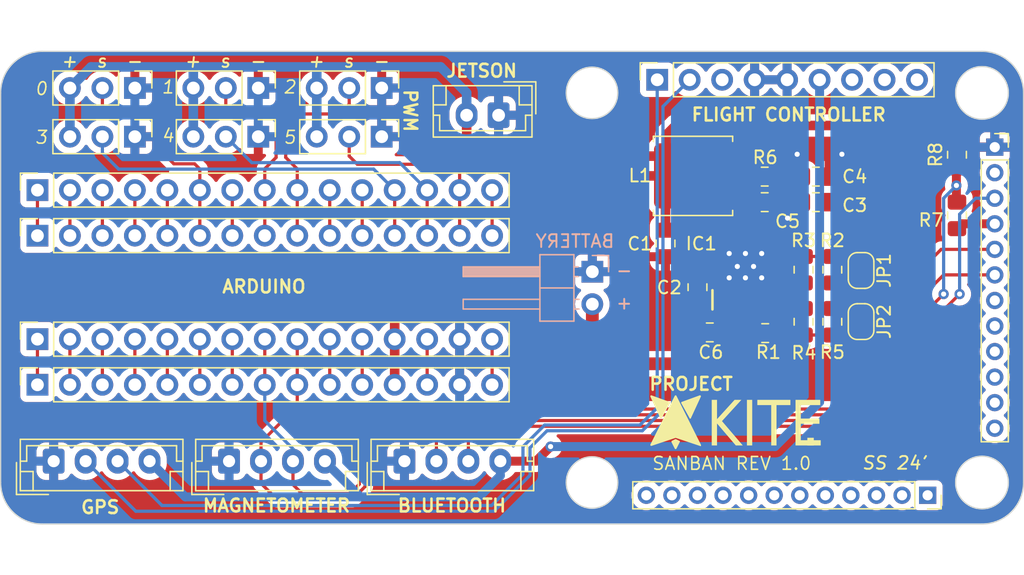
<source format=kicad_pcb>
(kicad_pcb (version 20221018) (generator pcbnew)
  (layers (0 "F.Cu" signal) (31 "B.Cu" signal) (34 "B.Paste" user) (35 "F.Paste" user) (36 "B.SilkS" user "B.Silkscreen") (37 "F.SilkS" user "F.Silkscreen") (38 "B.Mask" user) (39 "F.Mask" user) (44 "Edge.Cuts" user))
  (net 0 "")
  (net 1 "+5V")
  (net 2 "GND")
  (net 3 "Net-(IC1-BST)")
  (net 4 "Net-(IC1-SW)")
  (net 5 "Net-(IC1-FB)")
  (net 6 "Net-(C4-Pad2)")
  (net 7 "Net-(IC1-COMP)")
  (net 8 "+BATT")
  (net 9 "Net-(IC1-RT{slash}CLK)")
  (net 23 "BT_TX")
  (net 24 "Net-(J2-Pin_4)")
  (net 25 "I2C_DATA")
  (net 26 "I2C_CLK")
  (net 33 "GPS_TX")
  (net 34 "GPS_RX")
  (net 36 "5V_ESC")
  (net 40 "BT_RX")
  (net 41 "PWM0")
  (net 42 "PWM1")
  (net 43 "PWM2")
  (net 44 "PWM3")
  (net 45 "PWM4")
  (net 46 "PWM5")
  (net 47 "Net-(J15-Pin_1)")
  (net 48 "Net-(J15-Pin_2)")
  (net 49 "Net-(J15-Pin_3)")
  (net 50 "Net-(J15-Pin_4)")
  (net 51 "Net-(J15-Pin_5)")
  (net 52 "Net-(J15-Pin_6)")
  (net 53 "Net-(J15-Pin_7)")
  (net 54 "Net-(J15-Pin_10)")
  (net 55 "Net-(J15-Pin_11)")
  (net 56 "Net-(J15-Pin_13)")
  (net 57 "Net-(J15-Pin_15)")
  (net 58 "Net-(J16-Pin_1)")
  (net 59 "Net-(J16-Pin_2)")
  (net 60 "Net-(J16-Pin_3)")
  (net 61 "Net-(J16-Pin_4)")
  (net 62 "Net-(J16-Pin_5)")
  (net 63 "Net-(J16-Pin_7)")
  (net 64 "Net-(J16-Pin_10)")
  (net 65 "Net-(J16-Pin_11)")
  (net 66 "Net-(J16-Pin_15)")
  (net 67 "Net-(JP1-A)")
  (net 68 "Net-(JP2-B)")
  (footprint "Connector_JST:JST_EH_B4B-EH-A_1x04_P2.50mm_Vertical" (layer "F.Cu") (at 114.603 95.525)
    (fp_text reference "J13" hide)
    (fp_text value "Conn_01x04")
  )
  (footprint "Capacitor_SMD:C_0805_2012Metric_Pad1.18x1.45mm_HandSolder" (layer "F.Cu") (at 185.25 71.5375 90)
    (fp_text reference "R8")
    (fp_text value "2K")
  )
  (footprint "Connector_PinSocket_2.54mm:PinSocket_1x15_P2.54mm_Vertical" (layer "F.Cu") (at 113.333 89.547 90)
    (fp_text reference "J15" hide)
    (fp_text value "Conn_01x15_Socket")
  )
  (footprint "Connector_PinSocket_2.00mm:PinSocket_1x12_P2.00mm_Vertical" (layer "F.Cu") (at 188.205 70.945)
    (fp_text reference "J2" hide)
    (fp_text value "Conn_01x12_Pin")
  )
  (footprint "Capacitor_SMD:C_0805_2012Metric_Pad1.18x1.45mm_HandSolder" (layer "F.Cu") (at 170.25 85.5)
    (fp_text reference "R1")
    (fp_text value "200k")
  )
  (footprint "Connector_PinSocket_2.54mm:PinSocket_1x15_P2.54mm_Vertical" (layer "F.Cu") (at 113.333 85.9746 90)
    (fp_text reference "J17" hide)
    (fp_text value "Conn_01x15_Socket")
  )
  (footprint "Capacitor_SMD:C_0805_2012Metric_Pad1.18x1.45mm_HandSolder" (layer "F.Cu") (at 174.2125 73.25 180)
    (fp_text reference "C4")
    (fp_text value "2.7n")
  )
  (footprint "Capacitor_SMD:C_0805_2012Metric_Pad1.18x1.45mm_HandSolder" (layer "F.Cu") (at 170.2125 73.25)
    (fp_text reference "R6")
    (fp_text value "15.8k")
  )
  (footprint "Capacitor_SMD:C_0805_2012Metric_Pad1.18x1.45mm_HandSolder" (layer "F.Cu") (at 175.5 80.5375 90)
    (fp_text reference "R2")
    (fp_text value "33K")
  )
  (footprint "Connector_PinHeader_2.54mm:PinHeader_1x03_P2.54mm_Vertical" (layer "F.Cu") (at 140.257 70.125 -90)
    (fp_text reference "J11" hide)
    (fp_text value "Conn_01x03_Pin")
  )
  (footprint "Capacitor_SMD:C_0805_2012Metric_Pad1.18x1.45mm_HandSolder" (layer "F.Cu") (at 174.2125 75.25)
    (fp_text reference "C3")
    (fp_text value "0u")
  )
  (footprint "Connector_JST:JST_EH_B4B-EH-A_1x04_P2.50mm_Vertical" (layer "F.Cu") (at 128.319 95.525)
    (fp_text reference "J12" hide)
    (fp_text value "Conn_01x04")
  )
  (footprint "Connector_PinSocket_2.54mm:PinSocket_1x15_P2.54mm_Vertical" (layer "F.Cu") (at 113.333 74.307 90)
    (fp_text reference "J16" hide)
    (fp_text value "Conn_01x15_Socket")
  )
  (footprint "Capacitor_SMD:C_0805_2012Metric_Pad1.18x1.45mm_HandSolder" (layer "F.Cu") (at 173.25 80.5375 90)
    (fp_text reference "R3")
    (fp_text value "82K")
  )
  (footprint "Connector_PinSocket_2.54mm:PinSocket_1x15_P2.54mm_Vertical" (layer "F.Cu") (at 113.333 77.872 90)
    (fp_text reference "J18" hide)
    (fp_text value "Conn_01x15_Socket")
  )
  (footprint "Capacitor_SMD:C_0805_2012Metric_Pad1.18x1.45mm_HandSolder" (layer "F.Cu") (at 162.455 78.4825 -90)
    (fp_text reference "C1")
    (fp_text value "45u")
  )
  (footprint "Capacitor_SMD:C_0805_2012Metric_Pad1.18x1.45mm_HandSolder" (layer "F.Cu") (at 175.5 84.6125 -90)
    (fp_text reference "R5")
    (fp_text value "2K")
  )
  (footprint "Connector_JST:JST_EH_B4B-EH-A_1x04_P2.50mm_Vertical" (layer "F.Cu") (at 142.035 95.525)
    (fp_text reference "J5" hide)
    (fp_text value "Conn_01x04")
  )
  (footprint "Connector_PinHeader_2.54mm:PinHeader_1x03_P2.54mm_Vertical" (layer "F.Cu") (at 130.605 70.125 -90)
    (fp_text reference "J10" hide)
    (fp_text value "Conn_01x03_Pin")
  )
  (footprint "Connector_PinSocket_2.00mm:PinSocket_1x12_P2.00mm_Vertical" (layer "F.Cu") (at 182.955 98.195 -90)
    (fp_text reference "J1" hide)
    (fp_text value "Conn_01x12_Pin")
  )
  (footprint "Capacitor_SMD:C_0805_2012Metric_Pad1.18x1.45mm_HandSolder" (layer "F.Cu") (at 164.955 81.9075 90)
    (fp_text reference "C2")
    (fp_text value "100n")
  )
  (footprint "Inductor_SMD:L_TDK_VLS6045EX_VLS6045AF" (layer "F.Cu") (at 164.605 73.195 180)
    (fp_text reference "L1")
    (fp_text value "3.6u")
  )
  (footprint "Capacitor_SMD:C_0805_2012Metric_Pad1.18x1.45mm_HandSolder" (layer "F.Cu") (at 170.2125 75.25 180)
    (fp_text reference "C5")
    (fp_text value "39p")
  )
  (footprint "Capacitor_SMD:C_0805_2012Metric_Pad1.18x1.45mm_HandSolder" (layer "F.Cu") (at 185.25 76.2875 90)
    (fp_text reference "R7")
    (fp_text value "1K")
  )
  (footprint "Connector_PinHeader_2.54mm:PinHeader_1x03_P2.54mm_Vertical" (layer "F.Cu") (at 120.953 66.315 -90)
    (fp_text reference "J6" hide)
    (fp_text value "Conn_01x03_Pin")
  )
  (footprint "Capacitor_SMD:C_0805_2012Metric_Pad1.18x1.45mm_HandSolder" (layer "F.Cu") (at 165.9175 85.445)
    (fp_text reference "C6")
    (fp_text value "10u")
  )
  (footprint "Connector_PinHeader_2.54mm:PinHeader_1x03_P2.54mm_Vertical" (layer "F.Cu") (at 120.953 70.125 -90)
    (fp_text reference "J9" hide)
    (fp_text value "Conn_01x03_Pin")
  )
  (footprint "Jumper:SolderJumper-2_P1.3mm_Open_RoundedPad1.0x1.5mm" (layer "F.Cu") (at 177.75 84.6 -90)
    (fp_text reference "JP2")
    (fp_text value "SolderJumper_2_Open")
  )
  (footprint "SanBanLibrary:SOIC127P600X163-9N" (layer "F.Cu") (at 168.705 80.195 90)
    (fp_text reference "IC1")
    (fp_text value "AP64500SP-13" hide)
  )
  (footprint "Connector_PinSocket_2.54mm:PinSocket_1x09_P2.54mm_Vertical" (layer "F.Cu") (at 161.805 65.67 90)
    (fp_text reference "J3" hide)
    (fp_text value "Conn_01x09_Pin")
  )
  (footprint "Connector_PinHeader_2.54mm:PinHeader_1x03_P2.54mm_Vertical" (layer "F.Cu") (at 140.257 66.315 -90)
    (fp_text reference "J8" hide)
    (fp_text value "Conn_01x03_Pin")
  )
  (footprint "Jumper:SolderJumper-2_P1.3mm_Open_RoundedPad1.0x1.5mm" (layer "F.Cu") (at 177.75 80.6 -90)
    (fp_text reference "JP1")
    (fp_text value "SolderJumper_2_Open")
  )
  (footprint "Connector_PinHeader_2.54mm:PinHeader_1x03_P2.54mm_Vertical" (layer "F.Cu") (at 130.605 66.315 -90)
    (fp_text reference "J7" hide)
    (fp_text value "Conn_01x03_Pin")
  )
  (footprint "Connector_JST:JST_EH_B2B-EH-A_1x02_P2.50mm_Vertical" (layer "F.Cu") (at 149.401 68.445 180)
    (fp_text reference "J14" hide)
    (fp_text value "Conn_01x02")
  )
  (footprint "Capacitor_SMD:C_0805_2012Metric_Pad1.18x1.45mm_HandSolder" (layer "F.Cu") (at 173.25 84.6125 -90)
    (fp_text reference "R4")
    (fp_text value "20K")
  )
  (footprint "Connector_PinHeader_2.54mm:PinHeader_1x02_P2.54mm_Horizontal" (layer "B.Cu") (at 156.73 80.695 180)
    (fp_text reference "J4" hide)
    (fp_text value "Conn_01x02")
  )
  (gr_poly (pts (xy 161.339 90.445) (xy 162.101 92.096) (xy 162.736 90.953)) (stroke (width 0.15)) (fill solid) (layer "F.SilkS"))
  (gr_poly (pts (xy 162.99 94.001) (xy 163.244 94.509) (xy 163.498 94.001) (xy 163.244 93.874)) (stroke (width 0.15)) (fill solid) (layer "F.SilkS"))
  (gr_poly (pts (xy 165.149 90.445) (xy 164.387 92.096) (xy 163.752 90.953)) (stroke (width 0.15)) (fill solid) (layer "F.SilkS"))
  (gr_poly (pts (xy 161.339 94.255) (xy 163.244 90.445) (xy 165.149 94.255) (xy 163.244 93.62)) (stroke (width 0.15)) (fill solid) (layer "F.SilkS"))
  (gr_line (start 190.455 97.195) (end 190.455 66.695) (stroke (width 0.1)) (layer "Edge.Cuts"))
  (gr_arc (start 113.705 100.445) (mid 111.406903 99.493097) (end 110.455 97.195) (stroke (width 0.1)) (layer "Edge.Cuts"))
  (gr_circle (center 187.205 97.195) (end 187.705 99.195) (stroke (width 0.1)) (fill none) (layer "Edge.Cuts"))
  (gr_arc (start 190.455 97.195) (mid 189.503097 99.493097) (end 187.205 100.445) (stroke (width 0.1)) (layer "Edge.Cuts"))
  (gr_circle (center 187.205 66.695) (end 187.705 68.695) (stroke (width 0.1)) (fill none) (layer "Edge.Cuts"))
  (gr_arc (start 110.455 66.695) (mid 111.406903 64.396903) (end 113.705 63.445) (stroke (width 0.1)) (layer "Edge.Cuts"))
  (gr_arc (start 187.205 63.445) (mid 189.503097 64.396903) (end 190.455 66.695) (stroke (width 0.1)) (layer "Edge.Cuts"))
  (gr_line (start 187.205 63.445) (end 113.705 63.445) (stroke (width 0.1)) (layer "Edge.Cuts"))
  (gr_line (start 110.455 66.695) (end 110.455 97.195) (stroke (width 0.1)) (layer "Edge.Cuts"))
  (gr_line (start 187.205 100.445) (end 113.705 100.445) (stroke (width 0.1)) (layer "Edge.Cuts"))
  (gr_circle (center 156.705 66.695) (end 156.955 68.695) (stroke (width 0.1)) (fill none) (layer "Edge.Cuts"))
  (gr_circle (center 156.705 97.195) (end 156.955 99.195) (stroke (width 0.1)) (fill none) (layer "Edge.Cuts"))
  (gr_text "BATTERY\n" (at 158.545 78.888) (layer "B.SilkS") (effects (font (size 1 1)) (justify left bottom mirror)))
  (gr_text "+" (at 159.942 83.714) (layer "B.SilkS") (effects (font (size 1 1)) (justify left bottom mirror)))
  (gr_text "-" (at 159.942 81.174) (layer "B.SilkS") (effects (font (size 1 1)) (justify left bottom mirror)))
  (gr_text "3" (at 113.079 70.76) (layer "F.SilkS") (effects (font (size 1 1) (thickness 0.125) italic) (justify left bottom)))
  (gr_text "PROJECT" (at 161.085 90.064) (layer "F.SilkS") (effects (font (size 1 1) (thickness 0.2) bold) (justify left bottom)))
  (gr_text "+  s  -" (at 115.111 64.791) (layer "F.SilkS") (effects (font (size 1 1) (thickness 0.15) italic) (justify left bottom)))
  (gr_text "PWM" (at 141.908 66.315 -90) (layer "F.SilkS") (effects (font (size 1 1) (thickness 0.2) bold) (justify left bottom)))
  (gr_text "MAGNETOMETER" (at 126.16 99.589) (layer "F.SilkS") (effects (font (size 1 1) (thickness 0.2) bold) (justify left bottom)))
  (gr_text "1" (at 122.985 66.823) (layer "F.SilkS") (effects (font (size 1 1) (thickness 0.125) italic) (justify left bottom)))
  (gr_text "GPS" (at 116.635 99.716) (layer "F.SilkS") (effects (font (size 1 1) (thickness 0.2) bold) (justify left bottom)))
  (gr_text "." (at 173.023 94.89) (layer "F.SilkS") (effects (font (size 3.5 3.5)) (justify left bottom)))
  (gr_text "KITE" (at 165.657 94.89) (layer "F.SilkS") (effects (font (size 3.5 3)) (justify left bottom)))
  (gr_text "JETSON" (at 145.21 65.553) (layer "F.SilkS") (effects (font (size 1 1) (thickness 0.2) bold) (justify left bottom)))
  (gr_text "5" (at 132.51 70.76) (layer "F.SilkS") (effects (font (size 1 1) (thickness 0.125) italic) (justify left bottom)))
  (gr_text "BLUETOOTH" (at 141.4 99.589) (layer "F.SilkS") (effects (font (size 1 1) (thickness 0.2) bold) (justify left bottom)))
  (gr_text "0" (at 113.079 66.95) (layer "F.SilkS") (effects (font (size 1 1) (thickness 0.125) italic) (justify left bottom)))
  (gr_text "SANBAN REV 1.0" (at 161.339 96.287) (layer "F.SilkS") (effects (font (size 1 1) (thickness 0.125)) (justify left bottom)))
  (gr_text "SS 24'" (at 177.75 96.25) (layer "F.SilkS") (effects (font (size 1 1) (thickness 0.15) italic) (justify left bottom)))
  (gr_text "FLIGHT CONTROLLER" (at 164.387 68.982) (layer "F.SilkS") (effects (font (size 1 1) (thickness 0.2) bold) (justify left bottom)))
  (gr_text "4" (at 122.985 70.633) (layer "F.SilkS") (effects (font (size 1 1) (thickness 0.125) italic) (justify left bottom)))
  (gr_text "+  s  -" (at 124.763 64.791) (layer "F.SilkS") (effects (font (size 1 1) (thickness 0.15) italic) (justify left bottom)))
  (gr_text "ARDUINO" (at 127.684 82.444) (layer "F.SilkS") (effects (font (size 1 1) (thickness 0.2) bold) (justify left bottom)))
  (gr_text "+  s  -" (at 134.415 64.791) (layer "F.SilkS") (effects (font (size 1 1) (thickness 0.15) italic) (justify left bottom)))
  (gr_text "2" (at 132.51 66.823) (layer "F.SilkS") (effects (font (size 1 1) (thickness 0.125) italic) (justify left bottom)))
  (segment (start 141.273 83.477) (end 142.75 82) (width 0.75) (layer "F.Cu") (net 1))
  (segment (start 162.455 73.245) (end 162.505 73.195) (width 0.75) (layer "F.Cu") (net 1))
  (segment (start 177.425 81.575) (end 177.75 81.25) (width 0.25) (layer "F.Cu") (net 1))
  (segment (start 179.5 75.25) (end 175.25 75.25) (width 0.75) (layer "F.Cu") (net 1))
  (segment (start 179.25 69.25) (end 180.5 70.5) (width 0.75) (layer "F.Cu") (net 1))
  (segment (start 180.5 76.25) (end 180.5 80.25) (width 0.75) (layer "F.Cu") (net 1))
  (segment (start 180.5 74.25) (end 179.5 75.25) (width 0.75) (layer "F.Cu") (net 1))
  (segment (start 179.5 75.25) (end 180.5 76.25) (width 0.75) (layer "F.Cu") (net 1))
  (segment (start 151.25 82) (end 152.83 80.42) (width 0.75) (layer "F.Cu") (net 1))
  (segment (start 175.5 81.575) (end 177.425 81.575) (width 0.25) (layer "F.Cu") (net 1))
  (segment (start 146.901 70.419) (end 148.131 71.649) (width 0.75) (layer "F.Cu") (net 1))
  (segment (start 141.273 85.9746) (end 141.273 83.477) (width 0.75) (layer "F.Cu") (net 1))
  (segment (start 152.83 80.42) (end 152.83 74.697) (width 0.75) (layer "F.Cu") (net 1))
  (segment (start 180.5 70.5) (end 180.5 74.25) (width 0.75) (layer "F.Cu") (net 1))
  (segment (start 162.505 72.307) (end 162.505 73.195) (width 0.75) (layer "F.Cu") (net 1))
  (segment (start 162.455 77.445) (end 162.455 73.245) (width 0.75) (layer "F.Cu") (net 1))
  (segment (start 179.5 81.25) (end 177.75 81.25) (width 0.75) (layer "F.Cu") (net 1))
  (segment (start 142.75 82) (end 151.25 82) (width 0.75) (layer "F.Cu") (net 1))
  (segment (start 162.505 73.195) (end 162.505 69.995) (width 0.75) (layer "F.Cu") (net 1))
  (segment (start 141.273 85.9746) (end 141.273 89.547) (width 0.75) (layer "F.Cu") (net 1))
  (segment (start 154.332 73.195) (end 162.505 73.195) (width 0.75) (layer "F.Cu") (net 1))
  (segment (start 146.901 68.445) (end 146.901 70.419) (width 0.75) (layer "F.Cu") (net 1))
  (segment (start 180.5 80.25) (end 179.5 81.25) (width 0.75) (layer "F.Cu") (net 1))
  (segment (start 148.131 71.649) (end 161.847 71.649) (width 0.75) (layer "F.Cu") (net 1))
  (segment (start 161.847 71.649) (end 162.505 72.307) (width 0.75) (layer "F.Cu") (net 1))
  (segment (start 152.83 74.697) (end 154.332 73.195) (width 0.75) (layer "F.Cu") (net 1))
  (segment (start 162.505 69.995) (end 163.25 69.25) (width 0.75) (layer "F.Cu") (net 1))
  (segment (start 163.25 69.25) (end 179.25 69.25) (width 0.75) (layer "F.Cu") (net 1))
  (segment (start 135.177 66.315) (end 135.177 64.664) (width 0.75) (layer "B.Cu") (net 1))
  (segment (start 146.901 66.695) (end 146.901 68.445) (width 0.75) (layer "B.Cu") (net 1))
  (segment (start 135.177 64.664) (end 144.87 64.664) (width 0.75) (layer "B.Cu") (net 1))
  (segment (start 115.873 66.315) (end 117.524 64.664) (width 0.75) (layer "B.Cu") (net 1))
  (segment (start 117.524 64.664) (end 125.525 64.664) (width 0.75) (layer "B.Cu") (net 1))
  (segment (start 125.525 70.125) (end 125.525 66.315) (width 0.75) (layer "B.Cu") (net 1))
  (segment (start 115.873 70.125) (end 115.873 66.315) (width 0.75) (layer "B.Cu") (net 1))
  (segment (start 144.87 64.664) (end 146.901 66.695) (width 0.75) (layer "B.Cu") (net 1))
  (segment (start 135.177 70.125) (end 135.177 66.315) (width 0.75) (layer "B.Cu") (net 1))
  (segment (start 125.525 64.664) (end 135.177 64.664) (width 0.75) (layer "B.Cu") (net 1))
  (segment (start 125.525 64.664) (end 125.525 66.315) (width 0.75) (layer "B.Cu") (net 1))
  (segment (start 185.695 70.945) (end 185.25 70.5) (width 0.7) (layer "F.Cu") (net 2))
  (segment (start 188.205 70.945) (end 185.695 70.945) (width 0.7) (layer "F.Cu") (net 2))
  (segment (start 177.375 83.575) (end 177.75 83.95) (width 0.25) (layer "F.Cu") (net 2))
  (segment (start 171.25 75.25) (end 171.25 75.75) (width 0.25) (layer "F.Cu") (net 2))
  (segment (start 168.07 77.495) (end 168.07 79.56) (width 0.7) (layer "F.Cu") (net 2))
  (segment (start 168.795 80.285) (end 168.705 80.195) (width 0.25) (layer "F.Cu") (net 2))
  (segment (start 171.25 75.75) (end 172 76.5) (width 0.25) (layer "F.Cu") (net 2))
  (segment (start 168.07 79.56) (end 168.07 79.56) (width 0.25) (layer "F.Cu") (net 2))
  (segment (start 175.5 83.575) (end 177.375 83.575) (width 0.25) (layer "F.Cu") (net 2))
  (segment (start 168.07 79.56) (end 168.07 80.285) (width 0.25) (layer "F.Cu") (net 2))
  (segment (start 167.435 79.269) (end 168.07 79.56) (width 0.5) (layer "F.Cu") (net 2))
  (segment (start 168.07 80.285) (end 168.795 80.285) (width 0.25) (layer "F.Cu") (net 2))
  (via (at 167.435 81.174) (size 0.8) (drill 0.4) (layers "F.Cu" "B.Cu") (net 2))
  (via (at 168.705 81.174) (size 0.8) (drill 0.4) (layers "F.Cu" "B.Cu") (net 2))
  (via (at 172 76.5) (size 0.8) (drill 0.4) (layers "F.Cu" "B.Cu") (net 2))
  (via (at 168.07 80.285) (size 0.8) (drill 0.4) (layers "F.Cu" "B.Cu") (net 2))
  (via (at 167.435 79.269) (size 0.8) (drill 0.4) (layers "F.Cu" "B.Cu") (net 2))
  (via (at 169.975 81.174) (size 0.8) (drill 0.4) (layers "F.Cu" "B.Cu") (net 2))
  (via (at 176.25 71.5) (size 0.8) (drill 0.4) (layers "F.Cu" "B.Cu") (net 2))
  (via (at 172.75 71.5) (size 0.8) (drill 0.4) (layers "F.Cu" "B.Cu") (net 2))
  (via (at 169.975 79.269) (size 0.8) (drill 0.4) (layers "F.Cu" "B.Cu") (net 2))
  (via (at 168.705 79.269) (size 0.8) (drill 0.4) (layers "F.Cu" "B.Cu") (net 2))
  (via (at 169.34 80.285) (size 0.8) (drill 0.4) (layers "F.Cu" "B.Cu") (net 2))
  (segment (start 166.75 82.945) (end 166.8 82.895) (width 0.25) (layer "F.Cu") (net 3))
  (segment (start 166.8 82.895) (end 166.655 82.895) (width 0.25) (layer "F.Cu") (net 3))
  (segment (start 164.955 82.945) (end 166.75 82.945) (width 0.7) (layer "F.Cu") (net 3))
  (segment (start 166.8 73.29) (end 166.705 73.195) (width 0.25) (layer "F.Cu") (net 4))
  (segment (start 164.955 80.87) (end 164.955 74.945) (width 0.7) (layer "F.Cu") (net 4))
  (segment (start 166.8 77.495) (end 166.8 73.29) (width 0.7) (layer "F.Cu") (net 4))
  (segment (start 164.955 74.945) (end 166.705 73.195) (width 0.7) (layer "F.Cu") (net 4))
  (segment (start 172.075 81.575) (end 171.75 81.25) (width 0.25) (layer "F.Cu") (net 5))
  (segment (start 173.25 83.575) (end 173.25 81.575) (width 0.25) (layer "F.Cu") (net 5))
  (segment (start 170.61 77.495) (end 171.75 77.495) (width 0.25) (layer "F.Cu") (net 5))
  (segment (start 172.5025 77.495) (end 171.75 77.495) (width 0.25) (layer "F.Cu") (net 5))
  (segment (start 173.175 75.25) (end 173.175 76.8225) (width 0.25) (layer "F.Cu") (net 5))
  (segment (start 173.25 81.575) (end 172.075 81.575) (width 0.25) (layer "F.Cu") (net 5))
  (segment (start 171.75 81.25) (end 171.75 77.495) (width 0.25) (layer "F.Cu") (net 5))
  (segment (start 173.175 76.8225) (end 172.5025 77.495) (width 0.25) (layer "F.Cu") (net 5))
  (segment (start 171.25 73.25) (end 173.175 73.25) (width 0.25) (layer "F.Cu") (net 6))
  (segment (start 169.175 75.25) (end 169.175 77.33) (width 0.25) (layer "F.Cu") (net 7))
  (segment (start 169.34 73.415) (end 169.175 73.25) (width 0.25) (layer "F.Cu") (net 7))
  (segment (start 169.3675 77.4675) (end 169.34 77.495) (width 0.25) (layer "F.Cu") (net 7))
  (segment (start 169.175 73.25) (end 169.175 75.25) (width 0.25) (layer "F.Cu") (net 7))
  (segment (start 169.175 77.33) (end 169.34 77.495) (width 0.25) (layer "F.Cu") (net 7))
  (segment (start 165.911 87.905) (end 166.955 86.861) (width 1) (layer "F.Cu") (net 8))
  (segment (start 169.34 83.06) (end 169.34 82.895) (width 0.6) (layer "F.Cu") (net 8))
  (segment (start 156.73 83.235) (end 156.73 86.725) (width 1) (layer "F.Cu") (net 8))
  (segment (start 166.955 86.861) (end 166.955 85.445) (width 1) (layer "F.Cu") (net 8))
  (segment (start 168.07 84.33) (end 166.955 85.445) (width 0.6) (layer "F.Cu") (net 8))
  (segment (start 168.07 82.895) (end 168.07 84.33) (width 0.6) (layer "F.Cu") (net 8))
  (segment (start 157.91 87.905) (end 165.911 87.905) (width 1) (layer "F.Cu") (net 8))
  (segment (start 166.955 85.445) (end 166.955 85.28) (width 1) (layer "F.Cu") (net 8))
  (segment (start 166.955 85.445) (end 169.34 83.06) (width 0.6) (layer "F.Cu") (net 8))
  (segment (start 156.73 86.725) (end 157.91 87.905) (width 1) (layer "F.Cu") (net 8))
  (segment (start 170.61 82.895) (end 170.61 84.1025) (width 0.25) (layer "F.Cu") (net 9))
  (segment (start 170.61 84.1025) (end 169.2125 85.5) (width 0.25) (layer "F.Cu") (net 9))
  (segment (start 148.105 92.795) (end 178.764188 92.795) (width 0.25) (layer "F.Cu") (net 23))
  (segment (start 147.035 95.525) (end 147.035 93.865) (width 0.25) (layer "F.Cu") (net 23))
  (segment (start 147.035 93.865) (end 148.105 92.795) (width 0.25) (layer "F.Cu") (net 23))
  (segment (start 178.764188 92.795) (end 183.855 87.704188) (width 0.25) (layer "F.Cu") (net 23))
  (segment (start 183.855 87.704188) (end 183.855 84.045) (width 0.25) (layer "F.Cu") (net 23))
  (segment (start 183.855 84.045) (end 185.455 82.445) (width 0.25) (layer "F.Cu") (net 23))
  (via (at 185.455 82.445) (size 0.8) (drill 0.4) (layers "F.Cu" "B.Cu") (net 23))
  (segment (start 185.455 82.445) (end 185.455 76.195) (width 0.25) (layer "B.Cu") (net 23))
  (segment (start 186.705 74.945) (end 188.205 74.945) (width 0.25) (layer "B.Cu") (net 23))
  (segment (start 185.455 76.195) (end 186.705 74.945) (width 0.25) (layer "B.Cu") (net 23))
  (segment (start 185.63 76.945) (end 185.25 77.325) (width 0.7) (layer "F.Cu") (net 24))
  (segment (start 188.205 76.945) (end 185.63 76.945) (width 0.7) (layer "F.Cu") (net 24))
  (segment (start 140.018604 91.445) (end 138.505 92.958604) (width 0.25) (layer "F.Cu") (net 25))
  (segment (start 188.205 78.945) (end 184.015 78.945) (width 0.25) (layer "F.Cu") (net 25))
  (segment (start 182.505 80.455) (end 182.505 87.145) (width 0.25) (layer "F.Cu") (net 25))
  (segment (start 138.505 92.958604) (end 138.505 97.329302) (width 0.25) (layer "F.Cu") (net 25))
  (segment (start 178.205 91.445) (end 140.018604 91.445) (width 0.25) (layer "F.Cu") (net 25))
  (segment (start 138.505 97.329302) (end 137.769302 98.065) (width 0.25) (layer "F.Cu") (net 25))
  (segment (start 182.505 87.145) (end 178.205 91.445) (width 0.25) (layer "F.Cu") (net 25))
  (segment (start 133.319 97.359) (end 133.319 95.525) (width 0.25) (layer "F.Cu") (net 25))
  (segment (start 131.113 85.9746) (end 131.113 89.547) (width 0.25) (layer "F.Cu") (net 25))
  (segment (start 184.015 78.945) (end 182.505 80.455) (width 0.25) (layer "F.Cu") (net 25))
  (segment (start 137.769302 98.065) (end 134.025 98.065) (width 0.25) (layer "F.Cu") (net 25))
  (segment (start 134.025 98.065) (end 133.319 97.359) (width 0.25) (layer "F.Cu") (net 25))
  (segment (start 133.319 94.559) (end 131.113 92.353) (width 0.25) (layer "B.Cu") (net 25))
  (segment (start 131.113 92.353) (end 131.113 89.547) (width 0.25) (layer "B.Cu") (net 25))
  (segment (start 133.319 95.525) (end 133.319 94.559) (width 0.25) (layer "B.Cu") (net 25))
  (segment (start 137.955698 98.515) (end 132.071 98.515) (width 0.25) (layer "F.Cu") (net 26))
  (segment (start 178.391396 91.895) (end 140.205 91.895) (width 0.25) (layer "F.Cu") (net 26))
  (segment (start 130.819 97.263) (end 130.819 95.525) (width 0.25) (layer "F.Cu") (net 26))
  (segment (start 188.205 80.945) (end 184.205 80.945) (width 0.25) (layer "F.Cu") (net 26))
  (segment (start 138.955 93.145) (end 138.955 97.515698) (width 0.25) (layer "F.Cu") (net 26))
  (segment (start 182.955 82.195) (end 182.955 87.331396) (width 0.25) (layer "F.Cu") (net 26))
  (segment (start 132.071 98.515) (end 130.819 97.263) (width 0.25) (layer "F.Cu") (net 26))
  (segment (start 130.819 94.041) (end 130.819 95.525) (width 0.25) (layer "F.Cu") (net 26))
  (segment (start 184.205 80.945) (end 182.955 82.195) (width 0.25) (layer "F.Cu") (net 26))
  (segment (start 140.205 91.895) (end 138.955 93.145) (width 0.25) (layer "F.Cu") (net 26))
  (segment (start 133.653 91.207) (end 130.819 94.041) (width 0.25) (layer "F.Cu") (net 26))
  (segment (start 138.955 97.515698) (end 137.955698 98.515) (width 0.25) (layer "F.Cu") (net 26))
  (segment (start 133.653 89.547) (end 133.653 91.207) (width 0.25) (layer "F.Cu") (net 26))
  (segment (start 182.955 87.331396) (end 178.391396 91.895) (width 0.25) (layer "F.Cu") (net 26))
  (segment (start 133.653 85.9746) (end 133.653 89.547) (width 0.25) (layer "F.Cu") (net 26))
  (segment (start 123.073 98.995) (end 148.853396 98.995) (width 0.25) (layer "B.Cu") (net 33))
  (segment (start 151.306 94.390396) (end 153.001396 92.695) (width 0.25) (layer "B.Cu") (net 33))
  (segment (start 151.306 96.542396) (end 151.306 94.390396) (width 0.25) (layer "B.Cu") (net 33))
  (segment (start 153.001396 92.695) (end 160.455 92.695) (width 0.25) (layer "B.Cu") (net 33))
  (segment (start 161.805 91.345) (end 161.805 65.67) (width 0.25) (layer "B.Cu") (net 33))
  (segment (start 160.455 92.695) (end 161.805 91.345) (width 0.25) (layer "B.Cu") (net 33))
  (segment (start 148.853396 98.995) (end 151.306 96.542396) (width 0.25) (layer "B.Cu") (net 33))
  (segment (start 119.603 95.525) (end 123.073 98.995) (width 0.25) (layer "B.Cu") (net 33))
  (segment (start 162.255 91.531396) (end 162.255 67.76) (width 0.25) (layer "B.Cu") (net 34))
  (segment (start 153.187792 93.145) (end 160.641396 93.145) (width 0.25) (layer "B.Cu") (net 34))
  (segment (start 117.103 95.525) (end 121.023 99.445) (width 0.25) (layer "B.Cu") (net 34))
  (segment (start 151.855 96.629792) (end 151.855 94.477792) (width 0.25) (layer "B.Cu") (net 34))
  (segment (start 151.855 94.477792) (end 153.187792 93.145) (width 0.25) (layer "B.Cu") (net 34))
  (segment (start 162.255 67.76) (end 164.345 65.67) (width 0.25) (layer "B.Cu") (net 34))
  (segment (start 149.039792 99.445) (end 151.855 96.629792) (width 0.25) (layer "B.Cu") (net 34))
  (segment (start 121.023 99.445) (end 149.039792 99.445) (width 0.25) (layer "B.Cu") (net 34))
  (segment (start 160.641396 93.145) (end 162.255 91.531396) (width 0.25) (layer "B.Cu") (net 34))
  (segment (start 149.535 95.525) (end 152.322 95.525) (width 0.7) (layer "F.Cu") (net 36))
  (segment (start 152.322 95.525) (end 153.465 94.382) (width 0.7) (layer "F.Cu") (net 36))
  (via (at 153.465 94.382) (size 0.8) (drill 0.4) (layers "F.Cu" "B.Cu") (net 36))
  (segment (start 122.103 95.525) (end 124.898 98.32) (width 0.7) (layer "B.Cu") (net 36))
  (segment (start 149.535 96.661) (end 149.535 95.525) (width 0.7) (layer "B.Cu") (net 36))
  (segment (start 174.505 90.895) (end 171.018 94.382) (width 0.7) (layer "B.Cu") (net 36))
  (segment (start 135.819 95.559) (end 138.58 98.32) (width 0.7) (layer "B.Cu") (net 36))
  (segment (start 138.606 98.32) (end 138.606 98.319) (width 0.7) (layer "B.Cu") (net 36))
  (segment (start 135.819 95.525) (end 135.819 95.559) (width 0.7) (layer "B.Cu") (net 36))
  (segment (start 174.505 65.67) (end 174.505 90.895) (width 0.7) (layer "B.Cu") (net 36))
  (segment (start 171.018 94.382) (end 153.465 94.382) (width 0.7) (layer "B.Cu") (net 36))
  (segment (start 147.876 98.32) (end 149.535 96.661) (width 0.7) (layer "B.Cu") (net 36))
  (segment (start 124.898 98.32) (end 147.876 98.32) (width 0.7) (layer "B.Cu") (net 36))
  (segment (start 185.205 73.945) (end 185.205 75.205) (width 0.7) (layer "F.Cu") (net 40))
  (segment (start 145.555 92.345) (end 178.577792 92.345) (width 0.25) (layer "F.Cu") (net 40))
  (segment (start 185.205 72.62) (end 185.25 72.575) (width 0.25) (layer "F.Cu") (net 40))
  (segment (start 185.205 75.205) (end 185.25 75.25) (width 0.25) (layer "F.Cu") (net 40))
  (segment (start 183.405 87.517792) (end 183.405 83.245) (width 0.25) (layer "F.Cu") (net 40))
  (segment (start 183.405 83.245) (end 184.205 82.445) (width 0.25) (layer "F.Cu") (net 40))
  (segment (start 178.577792 92.345) (end 183.405 87.517792) (width 0.25) (layer "F.Cu") (net 40))
  (segment (start 144.535 95.525) (end 144.535 93.365) (width 0.25) (layer "F.Cu") (net 40))
  (segment (start 185.205 73.945) (end 185.205 72.62) (width 0.7) (layer "F.Cu") (net 40))
  (segment (start 144.535 93.365) (end 145.555 92.345) (width 0.25) (layer "F.Cu") (net 40))
  (via (at 185.205 73.945) (size 0.8) (drill 0.4) (layers "F.Cu" "B.Cu") (net 40))
  (via (at 184.205 82.445) (size 0.8) (drill 0.4) (layers "F.Cu" "B.Cu") (net 40))
  (segment (start 184.205 74.945) (end 185.205 73.945) (width 0.25) (layer "B.Cu") (net 40))
  (segment (start 184.205 82.445) (end 184.205 74.945) (width 0.25) (layer "B.Cu") (net 40))
  (segment (start 123.239 71.489) (end 124 72.25) (width 0.25) (layer "F.Cu") (net 41))
  (segment (start 123.239 68.989) (end 123.239 71.489) (width 0.25) (layer "F.Cu") (net 41))
  (segment (start 126.033 72.658) (end 126.033 74.307) (width 0.25) (layer "F.Cu") (net 41))
  (segment (start 126.033 77.872) (end 126.033 74.307) (width 0.25) (layer "F.Cu") (net 41))
  (segment (start 125.625 72.25) (end 126.033 72.658) (width 0.25) (layer "F.Cu") (net 41))
  (segment (start 122.47 68.22) (end 123.239 68.989) (width 0.25) (layer "F.Cu") (net 41))
  (segment (start 118.794 68.22) (end 122.47 68.22) (width 0.25) (layer "F.Cu") (net 41))
  (segment (start 118.413 66.315) (end 118.413 67.839) (width 0.25) (layer "F.Cu") (net 41))
  (segment (start 124 72.25) (end 125.625 72.25) (width 0.25) (layer "F.Cu") (net 41))
  (segment (start 118.413 67.839) (end 118.794 68.22) (width 0.25) (layer "F.Cu") (net 41))
  (segment (start 128.065 66.315) (end 128.065 67.712) (width 0.25) (layer "F.Cu") (net 42))
  (segment (start 132 71.75) (end 131.113 72.637) (width 0.25) (layer "F.Cu") (net 42))
  (segment (start 128.7 68.347) (end 131.597 68.347) (width 0.25) (layer "F.Cu") (net 42))
  (segment (start 131.597 68.347) (end 132 68.75) (width 0.25) (layer "F.Cu") (net 42))
  (segment (start 132 68.75) (end 132 71.75) (width 0.25) (layer "F.Cu") (net 42))
  (segment (start 131.113 72.637) (end 131.113 74.307) (width 0.25) (layer "F.Cu") (net 42))
  (segment (start 128.065 67.712) (end 128.7 68.347) (width 0.25) (layer "F.Cu") (net 42))
  (segment (start 131.113 74.307) (end 131.113 77.872) (width 0.25) (layer "F.Cu") (net 42))
  (segment (start 133.653 74.307) (end 133.653 77.872) (width 0.25) (layer "F.Cu") (net 43))
  (segment (start 133.653 72.653) (end 133.653 74.307) (width 0.25) (layer "F.Cu") (net 43))
  (segment (start 137.717 66.315) (end 137.717 67.585) (width 0.25) (layer "F.Cu") (net 43))
  (segment (start 136.955 68.347) (end 133.153 68.347) (width 0.25) (layer "F.Cu") (net 43))
  (segment (start 132.75 68.75) (end 132.75 71.75) (width 0.25) (layer "F.Cu") (net 43))
  (segment (start 137.717 67.585) (end 136.955 68.347) (width 0.25) (layer "F.Cu") (net 43))
  (segment (start 132.75 71.75) (end 133.653 72.653) (width 0.25) (layer "F.Cu") (net 43))
  (segment (start 133.153 68.347) (end 132.75 68.75) (width 0.25) (layer "F.Cu") (net 43))
  (segment (start 141.273 74.307) (end 141.273 77.872) (width 0.25) (layer "F.Cu") (net 44))
  (segment (start 118.413 71.395) (end 119.683 72.665) (width 0.25) (layer "B.Cu") (net 44))
  (segment (start 118.413 70.125) (end 118.413 71.395) (width 0.25) (layer "B.Cu") (net 44))
  (segment (start 139.631 72.665) (end 141.273 74.307) (width 0.25) (layer "B.Cu") (net 44))
  (segment (start 119.683 72.665) (end 139.631 72.665) (width 0.25) (layer "B.Cu") (net 44))
  (segment (start 143.813 74.307) (end 143.813 77.872) (width 0.25) (layer "F.Cu") (net 45))
  (segment (start 130.097 72.157) (end 128.065 70.125) (width 0.25) (layer "B.Cu") (net 45))
  (segment (start 141.663 72.157) (end 130.097 72.157) (width 0.25) (layer "B.Cu") (net 45))
  (segment (start 143.813 74.307) (end 141.663 72.157) (width 0.25) (layer "B.Cu") (net 45))
  (segment (start 145.845 72.284) (end 146.353 72.792) (width 0.25) (layer "F.Cu") (net 46))
  (segment (start 138.352 72.284) (end 145.845 72.284) (width 0.25) (layer "F.Cu") (net 46))
  (segment (start 137.717 70.125) (end 137.717 71.649) (width 0.25) (layer "F.Cu") (net 46))
  (segment (start 137.717 71.649) (end 138.352 72.284) (width 0.25) (layer "F.Cu") (net 46))
  (segment (start 146.353 74.307) (end 146.353 77.872) (width 0.25) (layer "F.Cu") (net 46))
  (segment (start 146.353 72.792) (end 146.353 74.307) (width 0.25) (layer "F.Cu") (net 46))
  (segment (start 113.333 85.9746) (end 113.333 89.547) (width 0.25) (layer "F.Cu") (net 47))
  (segment (start 115.873 85.9746) (end 115.873 89.547) (width 0.25) (layer "F.Cu") (net 48))
  (segment (start 118.413 85.9746) (end 118.413 89.547) (width 0.25) (layer "F.Cu") (net 49))
  (segment (start 120.953 85.9746) (end 120.953 89.547) (width 0.25) (layer "F.Cu") (net 50))
  (segment (start 123.493 85.9746) (end 123.493 89.547) (width 0.25) (layer "F.Cu") (net 51))
  (segment (start 126.033 85.9746) (end 126.033 89.547) (width 0.25) (layer "F.Cu") (net 52))
  (segment (start 128.573 85.9746) (end 128.573 89.547) (width 0.25) (layer "F.Cu") (net 53))
  (segment (start 136.193 85.9746) (end 136.193 89.547) (width 0.25) (layer "F.Cu") (net 54))
  (segment (start 138.733 85.9746) (end 138.733 89.547) (width 0.25) (layer "F.Cu") (net 55))
  (segment (start 143.813 89.547) (end 143.813 85.9746) (width 0.25) (layer "F.Cu") (net 56))
  (segment (start 148.893 89.547) (end 148.893 85.9746) (width 0.25) (layer "F.Cu") (net 57))
  (segment (start 113.333 74.307) (end 113.333 77.872) (width 0.25) (layer "F.Cu") (net 58))
  (segment (start 115.873 74.307) (end 115.873 77.872) (width 0.25) (layer "F.Cu") (net 59))
  (segment (start 118.413 74.307) (end 118.413 77.872) (width 0.25) (layer "F.Cu") (net 60))
  (segment (start 120.953 74.307) (end 120.953 77.872) (width 0.25) (layer "F.Cu") (net 61))
  (segment (start 123.493 74.307) (end 123.493 77.872) (width 0.25) (layer "F.Cu") (net 62))
  (segment (start 128.573 74.307) (end 128.573 77.872) (width 0.25) (layer "F.Cu") (net 63))
  (segment (start 136.193 74.307) (end 136.193 77.872) (width 0.25) (layer "F.Cu") (net 64))
  (segment (start 138.733 74.307) (end 138.733 77.872) (width 0.25) (layer "F.Cu") (net 65))
  (segment (start 148.893 74.307) (end 148.893 77.872) (width 0.25) (layer "F.Cu") (net 66))
  (segment (start 177.3 79.5) (end 177.75 79.95) (width 0.25) (layer "F.Cu") (net 67))
  (segment (start 175.5 79.5) (end 177.3 79.5) (width 0.25) (layer "F.Cu") (net 67))
  (segment (start 175.5 79.5) (end 173.25 79.5) (width 0.25) (layer "F.Cu") (net 67))
  (segment (start 175.5 85.65) (end 177.35 85.65) (width 0.25) (layer "F.Cu") (net 68))
  (segment (start 175.5 85.65) (end 173.25 85.65) (width 0.25) (layer "F.Cu") (net 68))
  (segment (start 177.35 85.65) (end 177.75 85.25) (width 0.25) (layer "F.Cu") (net 68))
  (zone (net 2) (net_name "GND") (layer "F.Cu") (connect_pads (clearance 0.5)) (min_thickness 0.25) (fill yes (thermal_gap 0.5) (thermal_bridge_width 0.7) (smoothing fillet) (radius 5))
    (polygon (pts (xy 110.455 100.445) (xy 190.455 100.445) (xy 190.455 63.445) (xy 110.455 63.445)))
  )
  (zone (net 2) (net_name "GND") (layer "B.Cu") (priority 1) (connect_pads (clearance 0.5)) (min_thickness 0.25) (fill yes (thermal_gap 0.5) (thermal_bridge_width 0.7) (smoothing fillet) (radius 5))
    (polygon (pts (xy 190.455 63.445) (xy 190.455 100.445) (xy 110.455 100.445) (xy 110.455 63.445)))
  )
)
</source>
